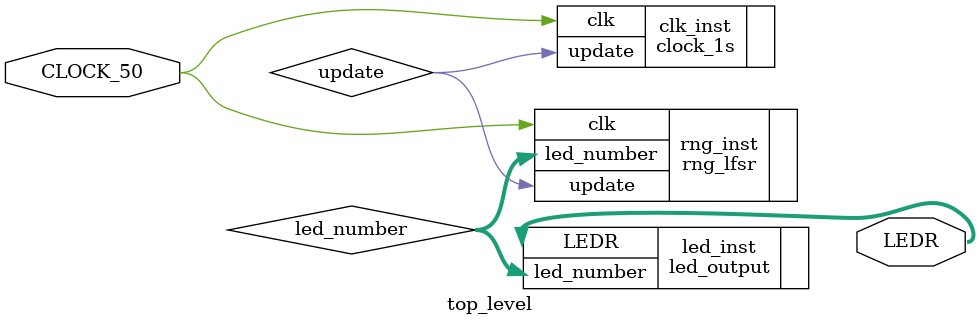
<source format=v>
module top_level (
    input CLOCK_50,
    output [9:0] LEDR
);

    wire update;
    wire [3:0] led_number;

    clock_1s clk_inst (
        .clk(CLOCK_50),
        .update(update)
    );

    rng_lfsr rng_inst (
        .clk(CLOCK_50),
        .update(update),
        .led_number(led_number)
    );

    led_output led_inst (
        .led_number(led_number),
        .LEDR(LEDR)
    );

endmodule


//Demo to show functionality, not needed for final product 
/*
module top_level (
    input CLOCK_50,
    output reg [9:0] LEDR
);

    // ----------------------------
    // 1. Delay counter for ~1 sec
    // ----------------------------
    reg [25:0] delay_counter = 0;
    wire update;
    assign update = (delay_counter == 26'd50000000);

    always @(posedge CLOCK_50) begin
        if (delay_counter == 26'd50000000)
            delay_counter <= 0;
        else
            delay_counter <= delay_counter + 1;
    end

    // ----------------------------
    // 2. LFSR RNG
    // ----------------------------
    reg [10:1] lfsr = 10'b1010101010; // initial seed
    wire feedback = lfsr[10] ^ lfsr[7];
    reg [3:0] led_number;

    always @(posedge CLOCK_50) begin
        if (update) begin
            lfsr <= {lfsr[9:1], feedback};  // shift LFSR
            led_number <= (lfsr[4:1] % 10); // map to 0–9
        end
    end

    // ----------------------------
    // 3. Flash single LED
    // ----------------------------
    always @(*) begin
        case (led_number)
            4'd0: LEDR = 10'b0000000001;
            4'd1: LEDR = 10'b0000000010;
            4'd2: LEDR = 10'b0000000100;
            4'd3: LEDR = 10'b0000001000;
            4'd4: LEDR = 10'b0000010000;
            4'd5: LEDR = 10'b0000100000;
            4'd6: LEDR = 10'b0001000000;
            4'd7: LEDR = 10'b0010000000;
            4'd8: LEDR = 10'b0100000000;
            4'd9: LEDR = 10'b1000000000;
            default: LEDR = 10'b0000000000;
        endcase
    end

endmodule
*/

</source>
